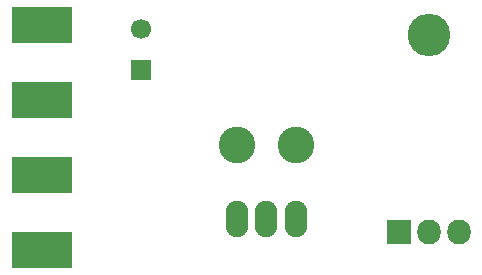
<source format=gbr>
%TF.GenerationSoftware,KiCad,Pcbnew,(5.1.6)-1*%
%TF.CreationDate,2021-04-07T17:53:43+02:00*%
%TF.ProjectId,led_dimmer,6c65645f-6469-46d6-9d65-722e6b696361,rev?*%
%TF.SameCoordinates,Original*%
%TF.FileFunction,Soldermask,Bot*%
%TF.FilePolarity,Negative*%
%FSLAX46Y46*%
G04 Gerber Fmt 4.6, Leading zero omitted, Abs format (unit mm)*
G04 Created by KiCad (PCBNEW (5.1.6)-1) date 2021-04-07 17:53:43*
%MOMM*%
%LPD*%
G01*
G04 APERTURE LIST*
%ADD10R,1.700000X1.700000*%
%ADD11C,1.700000*%
%ADD12R,5.100000X3.100000*%
%ADD13O,3.600000X3.600000*%
%ADD14R,2.005000X2.100000*%
%ADD15O,2.005000X2.100000*%
%ADD16C,3.100000*%
%ADD17O,1.900000X3.100000*%
G04 APERTURE END LIST*
D10*
%TO.C,C1*%
X59182000Y-149860000D03*
D11*
X59182000Y-146360000D03*
%TD*%
D12*
%TO.C,+12V*%
X50800000Y-152400000D03*
%TD*%
%TO.C,GND*%
X50800000Y-146050000D03*
%TD*%
%TO.C,LED+*%
X50800000Y-158750000D03*
%TD*%
%TO.C,LED-*%
X50800000Y-165100000D03*
%TD*%
D13*
%TO.C,Q1*%
X83566000Y-146916000D03*
D14*
X81026000Y-163576000D03*
D15*
X83566000Y-163576000D03*
X86106000Y-163576000D03*
%TD*%
D16*
%TO.C,U2*%
X67310000Y-156210000D03*
X72310000Y-156210000D03*
D17*
X67310000Y-162460000D03*
X69810000Y-162460000D03*
X72310000Y-162460000D03*
%TD*%
M02*

</source>
